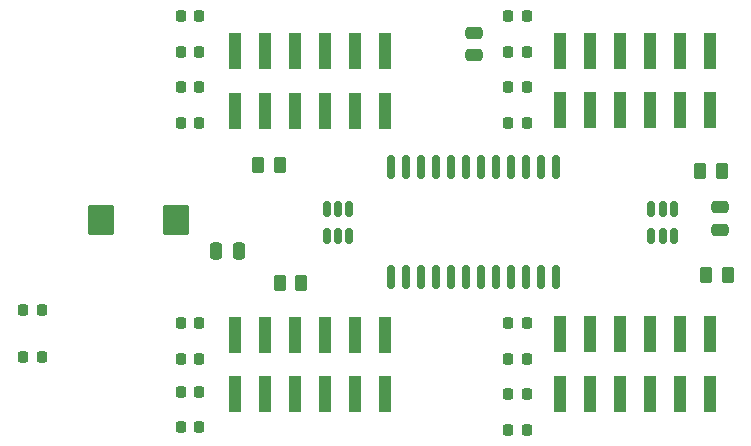
<source format=gbr>
%TF.GenerationSoftware,KiCad,Pcbnew,7.0.7*%
%TF.CreationDate,2024-06-03T19:27:50+02:00*%
%TF.ProjectId,control-board_v1,636f6e74-726f-46c2-9d62-6f6172645f76,rev?*%
%TF.SameCoordinates,Original*%
%TF.FileFunction,Paste,Top*%
%TF.FilePolarity,Positive*%
%FSLAX46Y46*%
G04 Gerber Fmt 4.6, Leading zero omitted, Abs format (unit mm)*
G04 Created by KiCad (PCBNEW 7.0.7) date 2024-06-03 19:27:50*
%MOMM*%
%LPD*%
G01*
G04 APERTURE LIST*
G04 Aperture macros list*
%AMRoundRect*
0 Rectangle with rounded corners*
0 $1 Rounding radius*
0 $2 $3 $4 $5 $6 $7 $8 $9 X,Y pos of 4 corners*
0 Add a 4 corners polygon primitive as box body*
4,1,4,$2,$3,$4,$5,$6,$7,$8,$9,$2,$3,0*
0 Add four circle primitives for the rounded corners*
1,1,$1+$1,$2,$3*
1,1,$1+$1,$4,$5*
1,1,$1+$1,$6,$7*
1,1,$1+$1,$8,$9*
0 Add four rect primitives between the rounded corners*
20,1,$1+$1,$2,$3,$4,$5,0*
20,1,$1+$1,$4,$5,$6,$7,0*
20,1,$1+$1,$6,$7,$8,$9,0*
20,1,$1+$1,$8,$9,$2,$3,0*%
G04 Aperture macros list end*
%ADD10RoundRect,0.218750X0.218750X0.256250X-0.218750X0.256250X-0.218750X-0.256250X0.218750X-0.256250X0*%
%ADD11RoundRect,0.250000X0.262500X0.450000X-0.262500X0.450000X-0.262500X-0.450000X0.262500X-0.450000X0*%
%ADD12RoundRect,0.250000X0.875000X1.025000X-0.875000X1.025000X-0.875000X-1.025000X0.875000X-1.025000X0*%
%ADD13RoundRect,0.150000X-0.150000X0.512500X-0.150000X-0.512500X0.150000X-0.512500X0.150000X0.512500X0*%
%ADD14R,1.000000X3.150000*%
%ADD15RoundRect,0.250000X0.475000X-0.250000X0.475000X0.250000X-0.475000X0.250000X-0.475000X-0.250000X0*%
%ADD16RoundRect,0.250000X0.250000X0.475000X-0.250000X0.475000X-0.250000X-0.475000X0.250000X-0.475000X0*%
%ADD17RoundRect,0.150000X0.150000X-0.875000X0.150000X0.875000X-0.150000X0.875000X-0.150000X-0.875000X0*%
%ADD18RoundRect,0.250000X-0.475000X0.250000X-0.475000X-0.250000X0.475000X-0.250000X0.475000X0.250000X0*%
%ADD19RoundRect,0.250000X-0.262500X-0.450000X0.262500X-0.450000X0.262500X0.450000X-0.262500X0.450000X0*%
%ADD20RoundRect,0.150000X0.150000X-0.512500X0.150000X0.512500X-0.150000X0.512500X-0.150000X-0.512500X0*%
G04 APERTURE END LIST*
D10*
%TO.C,D7*%
X36117500Y-56780000D03*
X34542500Y-56780000D03*
%TD*%
%TO.C,D2*%
X36117500Y-31000000D03*
X34542500Y-31000000D03*
%TD*%
D11*
%TO.C,R19*%
X42940000Y-37560000D03*
X41115000Y-37560000D03*
%TD*%
D10*
%TO.C,D3*%
X36117500Y-25000000D03*
X34542500Y-25000000D03*
%TD*%
%TO.C,D1*%
X36117500Y-34000000D03*
X34542500Y-34000000D03*
%TD*%
%TO.C,D6*%
X36117500Y-54000000D03*
X34542500Y-54000000D03*
%TD*%
%TO.C,D10*%
X63837500Y-54000000D03*
X62262500Y-54000000D03*
%TD*%
D11*
%TO.C,R21*%
X44772500Y-47560000D03*
X42947500Y-47560000D03*
%TD*%
D10*
%TO.C,D9*%
X63837500Y-51000000D03*
X62262500Y-51000000D03*
%TD*%
D12*
%TO.C,C1*%
X34170000Y-42210000D03*
X27770000Y-42210000D03*
%TD*%
D10*
%TO.C,D14*%
X63837500Y-28000000D03*
X62262500Y-28000000D03*
%TD*%
%TO.C,D16*%
X63837500Y-34000000D03*
X62262500Y-34000000D03*
%TD*%
D13*
%TO.C,Q10*%
X76310000Y-41302500D03*
X75360000Y-41302500D03*
X74410000Y-41302500D03*
X74410000Y-43577500D03*
X75360000Y-43577500D03*
X76310000Y-43577500D03*
%TD*%
D14*
%TO.C,J2*%
X39130000Y-56990000D03*
X39130000Y-51940000D03*
X41670000Y-56990000D03*
X41670000Y-51940000D03*
X44210000Y-56990000D03*
X44210000Y-51940000D03*
X46750000Y-56990000D03*
X46750000Y-51940000D03*
X49290000Y-56990000D03*
X49290000Y-51940000D03*
X51830000Y-56990000D03*
X51830000Y-51940000D03*
%TD*%
D10*
%TO.C,D15*%
X63837500Y-31000000D03*
X62262500Y-31000000D03*
%TD*%
D15*
%TO.C,C5*%
X59380000Y-28310000D03*
X59380000Y-26410000D03*
%TD*%
D16*
%TO.C,C7*%
X39470000Y-44870000D03*
X37570000Y-44870000D03*
%TD*%
D10*
%TO.C,D5*%
X36117500Y-51000000D03*
X34542500Y-51000000D03*
%TD*%
%TO.C,D12*%
X63837500Y-60000000D03*
X62262500Y-60000000D03*
%TD*%
D14*
%TO.C,J5*%
X66630000Y-32940000D03*
X66630000Y-27890000D03*
X69170000Y-32940000D03*
X69170000Y-27890000D03*
X71710000Y-32940000D03*
X71710000Y-27890000D03*
X74250000Y-32940000D03*
X74250000Y-27890000D03*
X76790000Y-32940000D03*
X76790000Y-27890000D03*
X79330000Y-32940000D03*
X79330000Y-27890000D03*
%TD*%
D10*
%TO.C,D11*%
X63837500Y-57000000D03*
X62262500Y-57000000D03*
%TD*%
%TO.C,D18*%
X22780000Y-49891250D03*
X21205000Y-49891250D03*
%TD*%
D17*
%TO.C,U1*%
X52360000Y-47090000D03*
X53630000Y-47090000D03*
X54900000Y-47090000D03*
X56170000Y-47090000D03*
X57440000Y-47090000D03*
X58710000Y-47090000D03*
X59980000Y-47090000D03*
X61250000Y-47090000D03*
X62520000Y-47090000D03*
X63790000Y-47090000D03*
X65060000Y-47090000D03*
X66330000Y-47090000D03*
X66330000Y-37790000D03*
X65060000Y-37790000D03*
X63790000Y-37790000D03*
X62520000Y-37790000D03*
X61250000Y-37790000D03*
X59980000Y-37790000D03*
X58710000Y-37790000D03*
X57440000Y-37790000D03*
X56170000Y-37790000D03*
X54900000Y-37790000D03*
X53630000Y-37790000D03*
X52360000Y-37790000D03*
%TD*%
D18*
%TO.C,C3*%
X80200000Y-41170000D03*
X80200000Y-43070000D03*
%TD*%
D14*
%TO.C,J3*%
X39130000Y-32990000D03*
X39130000Y-27940000D03*
X41670000Y-32990000D03*
X41670000Y-27940000D03*
X44210000Y-32990000D03*
X44210000Y-27940000D03*
X46750000Y-32990000D03*
X46750000Y-27940000D03*
X49290000Y-32990000D03*
X49290000Y-27940000D03*
X51830000Y-32990000D03*
X51830000Y-27940000D03*
%TD*%
D19*
%TO.C,R25*%
X78557500Y-38120000D03*
X80382500Y-38120000D03*
%TD*%
D10*
%TO.C,D4*%
X36117500Y-28000000D03*
X34542500Y-28000000D03*
%TD*%
%TO.C,D13*%
X63837500Y-25000000D03*
X62262500Y-25000000D03*
%TD*%
D19*
%TO.C,R26*%
X79027500Y-46920000D03*
X80852500Y-46920000D03*
%TD*%
D10*
%TO.C,D17*%
X22780000Y-53831250D03*
X21205000Y-53831250D03*
%TD*%
D14*
%TO.C,J4*%
X66630000Y-56940000D03*
X66630000Y-51890000D03*
X69170000Y-56940000D03*
X69170000Y-51890000D03*
X71710000Y-56940000D03*
X71710000Y-51890000D03*
X74250000Y-56940000D03*
X74250000Y-51890000D03*
X76790000Y-56940000D03*
X76790000Y-51890000D03*
X79330000Y-56940000D03*
X79330000Y-51890000D03*
%TD*%
D10*
%TO.C,D8*%
X36117500Y-59780000D03*
X34542500Y-59780000D03*
%TD*%
D20*
%TO.C,Q9*%
X46940000Y-43577500D03*
X47890000Y-43577500D03*
X48840000Y-43577500D03*
X48840000Y-41302500D03*
X47890000Y-41302500D03*
X46940000Y-41302500D03*
%TD*%
M02*

</source>
